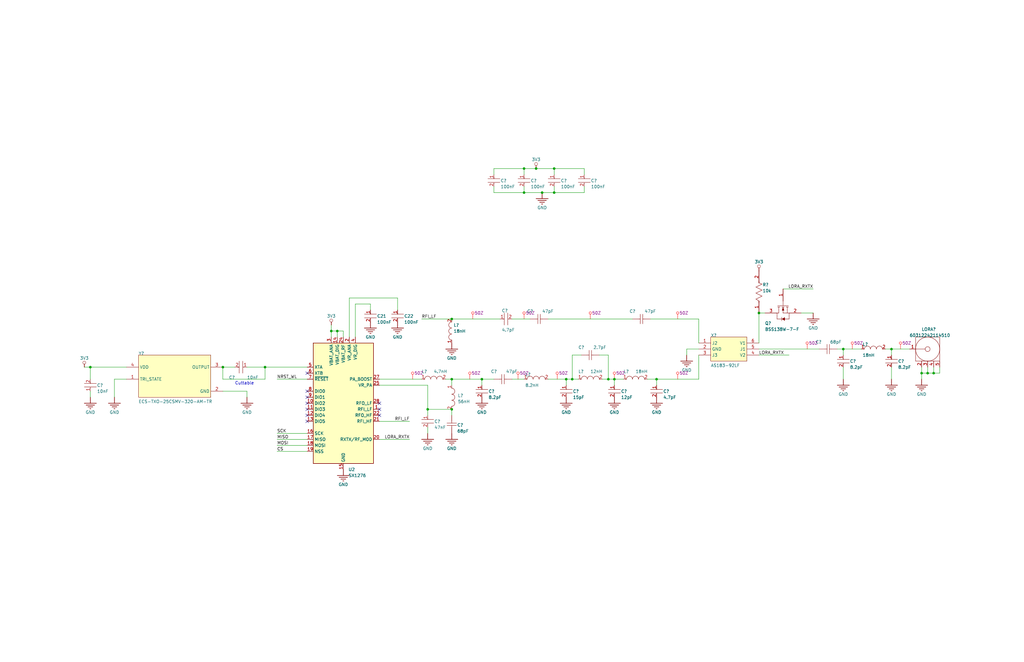
<source format=kicad_sch>
(kicad_sch (version 20250114) (generator "eeschema") (generator_version "9.0")
  (paper "B")
  (text "Cuttable" (at 99.06 162.56 0) (effects (font (size 1.27 1.27)) (justify left bottom)))
  (junction (at 203.2 160.02))
  (junction (at 238.76 160.02))
  (junction (at 190.5 172.72))
  (junction (at 111.76 154.94))
  (junction (at 375.92 147.32))
  (junction (at 180.34 172.72))
  (junction (at 226.06 71.12))
  (junction (at 256.54 160.02))
  (junction (at 233.68 81.28))
  (junction (at 190.5 134.62))
  (junction (at 241.3 160.02))
  (junction (at 142.24 139.7))
  (junction (at 391.16 157.48))
  (junction (at 276.86 160.02))
  (junction (at 220.98 71.12))
  (junction (at 220.98 81.28))
  (junction (at 93.98 154.94))
  (junction (at 139.7 139.7))
  (junction (at 388.62 157.48))
  (junction (at 320.04 132.08))
  (junction (at 228.6 81.28))
  (junction (at 190.5 160.02))
  (junction (at 233.68 71.12))
  (junction (at 355.6 147.32))
  (junction (at 259.08 160.02))
  (junction (at 393.7 157.48))
  (junction (at 38.1 154.94))
  (no_connect (at 129.54 167.64))
  (no_connect (at 129.54 157.48))
  (no_connect (at 129.54 172.72))
  (no_connect (at 129.54 175.26))
  (no_connect (at 129.54 170.18))
  (no_connect (at 160.02 170.18))
  (no_connect (at 129.54 177.8))
  (no_connect (at 160.02 172.72))
  (no_connect (at 129.54 165.1))
  (no_connect (at 160.02 175.26))
  (wire (pts (xy 274.32 134.62) (xy 294.64 134.62)))
  (wire (pts (xy 320.04 144.78) (xy 320.04 132.08)))
  (wire (pts (xy 177.8 160.02) (xy 160.02 160.02)))
  (wire (pts (xy 256.54 160.02) (xy 256.54 149.86)))
  (wire (pts (xy 147.32 142.24) (xy 147.32 125.73)))
  (wire (pts (xy 208.28 71.12) (xy 220.98 71.12)))
  (wire (pts (xy 190.5 172.72) (xy 190.5 175.26)))
  (wire (pts (xy 187.96 160.02) (xy 190.5 160.02)))
  (wire (pts (xy 373.38 147.32) (xy 375.92 147.32)))
  (wire (pts (xy 139.7 139.7) (xy 142.24 139.7)))
  (wire (pts (xy 241.3 149.86) (xy 245.11 149.86)))
  (wire (pts (xy 388.62 157.48) (xy 388.62 154.94)))
  (wire (pts (xy 330.2 121.92) (xy 342.9 121.92)))
  (wire (pts (xy 276.86 160.02) (xy 276.86 162.56)))
  (wire (pts (xy 256.54 160.02) (xy 259.08 160.02)))
  (wire (pts (xy 111.76 154.94) (xy 129.54 154.94)))
  (wire (pts (xy 393.7 154.94) (xy 393.7 157.48)))
  (wire (pts (xy 353.06 147.32) (xy 355.6 147.32)))
  (wire (pts (xy 160.02 185.42) (xy 172.72 185.42)))
  (wire (pts (xy 215.9 134.62) (xy 223.52 134.62)))
  (wire (pts (xy 48.26 160.02) (xy 48.26 167.64)))
  (wire (pts (xy 93.98 160.02) (xy 111.76 160.02)))
  (wire (pts (xy 345.44 147.32) (xy 320.04 147.32)))
  (wire (pts (xy 233.68 71.12) (xy 246.38 71.12)))
  (wire (pts (xy 203.2 162.56) (xy 203.2 160.02)))
  (wire (pts (xy 167.64 125.73) (xy 167.64 130.81)))
  (wire (pts (xy 180.34 175.26) (xy 180.34 172.72)))
  (wire (pts (xy 149.86 128.27) (xy 156.21 128.27)))
  (wire (pts (xy 116.84 185.42) (xy 129.54 185.42)))
  (wire (pts (xy 254 160.02) (xy 256.54 160.02)))
  (wire (pts (xy 276.86 160.02) (xy 294.64 160.02)))
  (wire (pts (xy 93.98 154.94) (xy 99.06 154.94)))
  (wire (pts (xy 388.62 157.48) (xy 391.16 157.48)))
  (wire (pts (xy 233.68 81.28) (xy 246.38 81.28)))
  (wire (pts (xy 342.9 132.08) (xy 337.82 132.08)))
  (wire (pts (xy 231.14 134.62) (xy 266.7 134.62)))
  (wire (pts (xy 220.98 81.28) (xy 228.6 81.28)))
  (wire (pts (xy 220.98 73.66) (xy 220.98 71.12)))
  (wire (pts (xy 180.34 162.56) (xy 180.34 172.72)))
  (wire (pts (xy 396.24 157.48) (xy 393.7 157.48)))
  (wire (pts (xy 320.04 132.08) (xy 322.58 132.08)))
  (wire (pts (xy 203.2 160.02) (xy 208.28 160.02)))
  (wire (pts (xy 246.38 71.12) (xy 246.38 73.66)))
  (wire (pts (xy 116.84 160.02) (xy 129.54 160.02)))
  (wire (pts (xy 289.56 149.86) (xy 289.56 147.32)))
  (wire (pts (xy 241.3 160.02) (xy 243.84 160.02)))
  (wire (pts (xy 156.21 128.27) (xy 156.21 130.81)))
  (wire (pts (xy 273.05 160.02) (xy 276.86 160.02)))
  (wire (pts (xy 238.76 160.02) (xy 231.14 160.02)))
  (wire (pts (xy 246.38 81.28) (xy 246.38 78.74)))
  (wire (pts (xy 177.8 134.62) (xy 190.5 134.62)))
  (wire (pts (xy 144.78 142.24) (xy 144.78 139.7)))
  (wire (pts (xy 294.64 160.02) (xy 294.64 149.86)))
  (wire (pts (xy 355.6 149.86) (xy 355.6 147.32)))
  (wire (pts (xy 190.5 160.02) (xy 203.2 160.02)))
  (wire (pts (xy 190.5 134.62) (xy 210.82 134.62)))
  (wire (pts (xy 393.7 157.48) (xy 391.16 157.48)))
  (wire (pts (xy 142.24 139.7) (xy 142.24 142.24)))
  (wire (pts (xy 388.62 160.02) (xy 388.62 157.48)))
  (wire (pts (xy 220.98 71.12) (xy 226.06 71.12)))
  (wire (pts (xy 53.34 154.94) (xy 38.1 154.94)))
  (wire (pts (xy 215.9 160.02) (xy 220.98 160.02)))
  (wire (pts (xy 38.1 160.02) (xy 38.1 154.94)))
  (wire (pts (xy 391.16 157.48) (xy 391.16 154.94)))
  (wire (pts (xy 160.02 177.8) (xy 172.72 177.8)))
  (wire (pts (xy 38.1 154.94) (xy 35.56 154.94)))
  (wire (pts (xy 208.28 81.28) (xy 220.98 81.28)))
  (wire (pts (xy 228.6 81.28) (xy 233.68 81.28)))
  (wire (pts (xy 142.24 139.7) (xy 144.78 139.7)))
  (wire (pts (xy 111.76 160.02) (xy 111.76 154.94)))
  (wire (pts (xy 139.7 137.16) (xy 139.7 139.7)))
  (wire (pts (xy 93.98 154.94) (xy 93.98 160.02)))
  (wire (pts (xy 375.92 160.02) (xy 375.92 154.94)))
  (wire (pts (xy 104.14 165.1) (xy 93.98 165.1)))
  (wire (pts (xy 104.14 167.64) (xy 104.14 165.1)))
  (wire (pts (xy 289.56 147.32) (xy 294.64 147.32)))
  (wire (pts (xy 396.24 154.94) (xy 396.24 157.48)))
  (wire (pts (xy 180.34 172.72) (xy 190.5 172.72)))
  (wire (pts (xy 233.68 78.74) (xy 233.68 81.28)))
  (wire (pts (xy 226.06 71.12) (xy 233.68 71.12)))
  (wire (pts (xy 53.34 160.02) (xy 48.26 160.02)))
  (wire (pts (xy 190.5 160.02) (xy 190.5 162.56)))
  (wire (pts (xy 149.86 142.24) (xy 149.86 128.27)))
  (wire (pts (xy 220.98 78.74) (xy 220.98 81.28)))
  (wire (pts (xy 147.32 125.73) (xy 167.64 125.73)))
  (wire (pts (xy 139.7 139.7) (xy 139.7 142.24)))
  (wire (pts (xy 256.54 149.86) (xy 252.73 149.86)))
  (wire (pts (xy 375.92 147.32) (xy 375.92 149.86)))
  (wire (pts (xy 259.08 162.56) (xy 259.08 160.02)))
  (wire (pts (xy 180.34 182.88) (xy 180.34 180.34)))
  (wire (pts (xy 116.84 190.5) (xy 129.54 190.5)))
  (wire (pts (xy 375.92 147.32) (xy 383.54 147.32)))
  (wire (pts (xy 238.76 162.56) (xy 238.76 160.02)))
  (wire (pts (xy 233.68 73.66) (xy 233.68 71.12)))
  (wire (pts (xy 38.1 167.64) (xy 38.1 165.1)))
  (wire (pts (xy 104.14 154.94) (xy 111.76 154.94)))
  (wire (pts (xy 238.76 160.02) (xy 241.3 160.02)))
  (wire (pts (xy 116.84 182.88) (xy 129.54 182.88)))
  (wire (pts (xy 116.84 187.96) (xy 129.54 187.96)))
  (wire (pts (xy 294.64 134.62) (xy 294.64 144.78)))
  (wire (pts (xy 259.08 160.02) (xy 262.89 160.02)))
  (wire (pts (xy 160.02 162.56) (xy 180.34 162.56)))
  (wire (pts (xy 320.04 149.86) (xy 332.74 149.86)))
  (wire (pts (xy 355.6 147.32) (xy 363.22 147.32)))
  (wire (pts (xy 208.28 73.66) (xy 208.28 71.12)))
  (wire (pts (xy 355.6 160.02) (xy 355.6 154.94)))
  (wire (pts (xy 208.28 78.74) (xy 208.28 81.28)))
  (wire (pts (xy 241.3 160.02) (xy 241.3 149.86)))
  (label "NRST_WL" (at 116.84 160.02 0))
  (label "MOSI" (at 116.84 187.96 0))
  (label "MISO" (at 116.84 185.42 0))
  (label "CS" (at 116.84 190.5 0))
  (label "LORA_RXTX" (at 320.04 149.86 0))
  (label "LORA_RXTX" (at 172.72 185.42 180))
  (label "RFI_LF" (at 177.8 134.62 0))
  (label "SCK" (at 116.84 182.88 0))
  (label "RFI_LF" (at 172.72 177.8 180))
  (label "LORA_RXTX" (at 342.9 121.92 180))
  (netclass_flag "" (length 2.54) (shape round) (at 359.41 147.32 0) (property "Netclass" "50Z" (at 360.1085 144.78 0) (effects (justify left))))
  (netclass_flag "" (length 2.54) (shape round) (at 173.99 160.02 0) (property "Netclass" "50Z" (at 174.6885 157.48 0) (effects (justify left))))
  (netclass_flag "" (length 2.54) (shape round) (at 259.08 160.02 0) (property "Netclass" "50Z" (at 259.7785 157.48 0) (effects (justify left))))
  (netclass_flag "" (length 2.54) (shape round) (at 199.39 134.62 0) (property "Netclass" "50Z" (at 200.0885 132.08 0) (effects (justify left))))
  (netclass_flag "" (length 2.54) (shape round) (at 248.92 134.62 0) (property "Netclass" "50Z" (at 249.6185 132.08 0) (effects (justify left))))
  (netclass_flag "" (length 2.54) (shape round) (at 285.75 134.62 0) (property "Netclass" "50Z" (at 286.4485 132.08 0) (effects (justify left))))
  (netclass_flag "" (length 2.54) (shape round) (at 220.98 134.62 0) (property "Netclass" "50Z" (at 221.6785 132.08 0) (effects (justify left))))
  (netclass_flag "" (length 2.54) (shape round) (at 198.12 160.02 0) (property "Netclass" "50Z" (at 198.8185 157.48 0) (effects (justify left))))
  (netclass_flag "" (length 2.54) (shape round) (at 340.36 147.32 0) (property "Netclass" "50Z" (at 341.0585 144.78 0) (effects (justify left))))
  (netclass_flag "" (length 2.54) (shape round) (at 379.73 147.32 0) (property "Netclass" "50Z" (at 380.4285 144.78 0) (effects (justify left))))
  (netclass_flag "" (length 2.54) (shape round) (at 285.75 160.02 0) (property "Netclass" "50Z" (at 286.4485 157.48 0) (effects (justify left))))
  (netclass_flag "" (length 2.54) (shape round) (at 218.44 160.02 0) (property "Netclass" "50Z" (at 219.1385 157.48 0) (effects (justify left))))
  (netclass_flag "" (length 2.54) (shape round) (at 234.95 160.02 0) (property "Netclass" "50Z" (at 235.6485 157.48 0) (effects (justify left))))
  (symbol (lib_id "Radio-altium-import:GND_POWER_GROUND") (at 104.14 167.64 0) (unit 1)
    (property "Reference" "#PWR?" (effects (hide yes)))
    (property "Value" "GND" (at 104.14 173.99 0))
  )
  (symbol (lib_id "Radio-altium-import:GND_POWER_GROUND") (at 48.26 167.64 0) (unit 1)
    (property "Reference" "#PWR?" (effects (hide yes)))
    (property "Value" "GND" (at 48.26 173.99 0))
  )
  (symbol (lib_id "Radio-altium-import:GND_POWER_GROUND") (at 238.76 167.64 0) (unit 1)
    (property "Reference" "#PWR?" (effects (hide yes)))
    (property "Value" "GND" (at 238.76 173.99 0))
  )
  (symbol (lib_id "Purdue Space Program - High Altitude:root_0_AS183-92LF_Purdue Space Program - High Altitude") (at 294.64 144.78 0) (unit 1)
    (property "Reference" "X?" (at 299.72 142.24 0) (effects (justify left bottom)))
    (property "Value" "AS183-92LF" (at 299.72 154.94 0) (effects (justify left bottom)))
    (property "Footprint" "SOT65P220X110-6N" (effects (hide yes)))
    (property "Description" "RF Switch ICs .3-2500MHz IL .3dB IP3 +43dBm" (effects (hide yes)))
    (property "SOURCE" "AS183-92LF.SchLib" (effects (hide yes)))
    (property "DESIGN ITEM ID" "AS183-92LF" (effects (hide yes)))
    (property "MANUFACTURER_NAME" "Skyworks" (effects (hide yes)))
    (property "DATASHEET LINK" "https://www.skyworksinc.com/-/media/SkyWorks/Documents/Products/1-100/200177D.pdf" (effects (hide yes)))
    (property "MOUSER PART NUMBER" "873-AS183-92LF" (effects (hide yes)))
    (property "GEOMETRY.HEIGHT" "1.1mm" (effects (hide yes)))
    (property "MANUFACTURER_PART_NUMBER" "AS183-92LF" (effects (hide yes)))
    (property "MOUSER PRICE/STOCK" "https://www.mouser.co.uk/ProductDetail/Skyworks-Solutions-Inc/AS183-92LF?qs=WMHGlxXAKT9uKJ5iI33IgQ%3D%3D" (effects (hide yes)))
  )
  (symbol (lib_id "Radio-altium-import:GND_POWER_GROUND") (at 156.21 135.89 0) (unit 1)
    (property "Reference" "#PWR022" (effects (hide yes)))
    (property "Value" "GND" (at 156.21 142.24 0))
  )
  (symbol (lib_id "Radio-altium-import:GND_POWER_GROUND") (at 167.64 135.89 0) (unit 1)
    (property "Reference" "#PWR023" (effects (hide yes)))
    (property "Value" "GND" (at 167.64 142.24 0))
  )
  (symbol (lib_id "Radio-altium-import:GND_POWER_GROUND") (at 190.5 144.78 0) (unit 1)
    (property "Reference" "#PWR?" (effects (hide yes)))
    (property "Value" "GND" (at 190.5 151.13 0))
  )
  (symbol (lib_id "Radio-altium-import:GND_POWER_GROUND") (at 228.6 81.28 0) (unit 1)
    (property "Reference" "#PWR?" (effects (hide yes)))
    (property "Value" "GND" (at 228.6 87.63 0))
  )
  (symbol (lib_id "Altium Content Vault:root_0_b4654b650e69147ec39a6b967a45e02_Altium Content Vault") (at 259.08 162.56 0) (unit 1)
    (property "Reference" "C?" (at 261.874 165.862 0) (effects (justify left bottom)))
    (property "Value" "12pF" (at 261.874 168.402 0) (effects (justify left bottom)))
    (property "Footprint" "FP-GRM155-0_05-MFG" (effects (hide yes)))
    (property "Description" "CAP CER 12PF 50V C0G/NP0 0402" (effects (hide yes)))
    (property "TERMINATION" "SMD/SMT" (effects (hide yes)))
    (property "MOUNT" "Surface Mount" (effects (hide yes)))
    (property "REACH SVHC" "No SVHC" (effects (hide yes)))
    (property "DEPTH" "0.5mm" (effects (hide yes)))
    (property "CASE CODE (METRIC)" "1005" (effects (hide yes)))
    (property "VOLTAGE RATING" "50V" (effects (hide yes)))
    (property "HEIGHT" "0.5mm" (effects (hide yes)))
    (property "TOLERANCE" "2%" (effects (hide yes)))
    (property "VOLTAGE RATING (DC)" "50V" (effects (hide yes)))
    (property "CASE CODE (IMPERIAL)" "0402" (effects (hide yes)))
    (property "PACKAGE QUANTITY" "10000" (effects (hide yes)))
    (property "CONSTRUCTION" "Flat" (effects (hide yes)))
    (property "THICKNESS" "0.022inch" (effects (hide yes)))
    (property "LENGTH" "1mm" (effects (hide yes)))
    (property "DIELECTRIC" "C0G" (effects (hide yes)))
    (property "MIN OPERATING TEMPERATURE" "-55°C" (effects (hide yes)))
    (property "WIDTH" "0.5mm" (effects (hide yes)))
    (property "LEAD FREE" "Lead Free" (effects (hide yes)))
    (property "CAPACITANCE" "12pF" (effects (hide yes)))
    (property "CASE/PACKAGE" "0402" (effects (hide yes)))
    (property "PACKAGING" "Tape and Reel" (effects (hide yes)))
    (property "SERIES" "GRM" (effects (hide yes)))
    (property "VOLTAGE" "50V" (effects (hide yes)))
    (property "RADIATION HARDENING" "No" (effects (hide yes)))
    (property "MAX OPERATING TEMPERATURE" "125°C" (effects (hide yes)))
    (property "MATERIAL" "Ceramic" (effects (hide yes)))
  )
  (symbol (lib_id "Altium Content Vault:root_3_725321dda6339637d4d059423bc1c3c_Altium Content Vault") (at 190.5 162.56 0) (unit 1)
    (property "Reference" "L?" (at 193.04 167.64 0) (effects (justify left bottom)))
    (property "Value" "56nH" (at 193.04 170.18 0) (effects (justify left bottom)))
    (property "Footprint" "FP-LQW15AN_80-MFG" (effects (hide yes)))
    (property "Description" "Wire Wound RF Inductor 56nH ±2% 340mA 0.996Ω 0402 (1005)" (effects (hide yes)))
    (property "PACKAGE QUANTITY" "1" (effects (hide yes)))
    (property "CORE MATERIAL" "Non-Magnetic" (effects (hide yes)))
    (property "Q FACTOR" "25" (effects (hide yes)))
    (property "TERMINATION" "SMD/SMT" (effects (hide yes)))
    (property "CURRENT RATING" "340mA" (effects (hide yes)))
    (property "SHIELDING" "Unshielded" (effects (hide yes)))
    (property "TEST FREQUENCY" "100MHz" (effects (hide yes)))
    (property "CASE CODE (IMPERIAL)" "0402" (effects (hide yes)))
    (property "MOUNT" "Surface Mount" (effects (hide yes)))
    (property "MIN OPERATING TEMPERATURE" "-55°C" (effects (hide yes)))
    (property "HEIGHT - SEATED (MAX)" "0.024inch" (effects (hide yes)))
    (property "PACKAGING" "Tape and Reel" (effects (hide yes)))
    (property "WIDTH" "0.5mm" (effects (hide yes)))
    (property "DC RESISTANCE (DCR)" "996mR" (effects (hide yes)))
    (property "RESISTOR TYPE" "Wirewound" (effects (hide yes)))
    (property "SELF RESONANT FREQUENCY" "2.9GHz" (effects (hide yes)))
    (property "MAX OPERATING TEMPERATURE" "125°C" (effects (hide yes)))
    (property "TOLERANCE" "2%" (effects (hide yes)))
    (property "INDUCTANCE" "56nH" (effects (hide yes)))
    (property "CASE/PACKAGE" "0402" (effects (hide yes)))
    (property "LENGTH" "0.039inch" (effects (hide yes)))
    (property "MAX DC CURRENT" "340mA" (effects (hide yes)))
    (property "HEIGHT" "0.5mm" (effects (hide yes)))
    (property "CASE CODE (METRIC)" "1005" (effects (hide yes)))
  )
  (symbol (lib_id "Radio-altium-import:GND_POWER_GROUND") (at 38.1 167.64 0) (unit 1)
    (property "Reference" "#PWR?" (effects (hide yes)))
    (property "Value" "GND" (at 38.1 173.99 0))
  )
  (symbol (lib_name "root_0_b4654b650e69147ec39a6b967a45e02_Altium Content Vault_4") (lib_id "Altium Content Vault:root_0_b4654b650e69147ec39a6b967a45e02_Altium Content Vault") (at 167.64 130.81 0) (unit 1)
    (property "Reference" "C22" (at 170.434 134.112 0) (effects (justify left bottom)))
    (property "Value" "100nF" (at 170.434 136.652 0) (effects (justify left bottom)))
    (property "Footprint" "FP-C0603C-CF-MFG" (effects (hide yes)))
    (property "Description" "CAP CER 0.1UF 50V X7R 0603" (effects (hide yes)))
    (property "TOLERANCE" "0.1" (effects (hide yes)))
    (property "TEMPERATURE" "-55°C to +125°C" (effects (hide yes)))
    (property "MANUFACTURER" "KEMET" (effects (hide yes)))
    (property "ROHS" "TRUE" (effects (hide yes)))
    (property "TEMPERATURE COEFFICIENT" "30ppm/°C" (effects (hide yes)))
    (property "MATERIAL" "Ceramic" (effects (hide yes)))
    (property "TEMPERATURE RANGE HIGH" "+125°C" (effects (hide yes)))
    (property "LEAD FREE" "Yes" (effects (hide yes)))
    (property "OCTOPART" "https://octopart.com/c0603c104k5ractu-kemet-139244" (effects (hide yes)))
    (property "DIGIKEY DESCRIPTION" "CAP CER 0.1UF 50V X7R 0603" (effects (hide yes)))
    (property "CATEGORY" "Cap" (effects (hide yes)))
    (property "PACKAGE" "C0603C-CF" (effects (hide yes)))
    (property "COMPONENTLINK2DESCRIPTION" "Datasheet" (effects (hide yes)))
    (property "TEMPERATURE RANGE LOW" "-55°C" (effects (hide yes)))
    (property "DEVICE CLASS L1" "Passive Components" (effects (hide yes)))
    (property "AUTOMOTIVE GRADE" "Grade 1" (effects (hide yes)))
    (property "VOLTAGE RATING" "50 V" (effects (hide yes)))
    (property "ALTIUM_VALUE" "0.10 μF" (effects (hide yes)))
    (property "AUTOMOTIVE" "Yes" (effects (hide yes)))
    (property "DEVICE CLASS L3" "Ceramic Capacitors" (effects (hide yes)))
    (property "COMPONENTLINK2URL" "https://api.kemet.com/component-edge/download/datasheet/C0603C100J5GACAUTO.pdf" (effects (hide yes)))
    (property "CAPACITANCE" "0.10 μF" (effects (hide yes)))
    (property "DEVICE CLASS L2" "Capacitors" (effects (hide yes)))
    (property "MANUFACTURER PART NUMBER" "C0603C104K5RACTU" (effects (hide yes)))
    (property "TEMPERATURE CHARACTERISTIC" "X7R" (effects (hide yes)))
    (property "HEIGHT" "0.87mm" (effects (hide yes)))
  )
  (symbol (lib_name "root_0_02cd4be3c70576c341d710602a673aa_Altium Content Vault_3") (lib_id "Altium Content Vault:root_0_02cd4be3c70576c341d710602a673aa_Altium Content Vault") (at 355.6 149.86 0) (unit 1)
    (property "Reference" "C?" (at 358.394 153.162 0) (effects (justify left bottom)))
    (property "Value" "8.2pF" (at 358.394 155.702 0) (effects (justify left bottom)))
    (property "Footprint" "FP-GJM155-0_05-MFG" (effects (hide yes)))
    (property "Description" "Multi-Layer Ceramic Capacitor 8.2pF C0G  ±0.05pF 0402 Paper T/R" (effects (hide yes)))
    (property "VOLTAGE RATING (DC)" "50V" (effects (hide yes)))
    (property "TERMINATION" "SMD/SMT" (effects (hide yes)))
    (property "PACKAGING" "Tape and Reel" (effects (hide yes)))
    (property "CASE CODE (IMPERIAL)" "0402" (effects (hide yes)))
    (property "MIN OPERATING TEMPERATURE" "-55°C" (effects (hide yes)))
    (property "MOUNT" "Surface Mount" (effects (hide yes)))
    (property "CASE CODE (METRIC)" "1005" (effects (hide yes)))
    (property "HEIGHT" "0.5mm" (effects (hide yes)))
    (property "LENGTH" "1mm" (effects (hide yes)))
    (property "DIELECTRIC" "C0G" (effects (hide yes)))
    (property "MAX OPERATING TEMPERATURE" "125°C" (effects (hide yes)))
    (property "VOLTAGE RATING" "50V" (effects (hide yes)))
    (property "CASE/PACKAGE" "0402" (effects (hide yes)))
    (property "PACKAGE QUANTITY" "10000" (effects (hide yes)))
    (property "DEPTH" "0.5mm" (effects (hide yes)))
    (property "RADIATION HARDENING" "No" (effects (hide yes)))
    (property "WIDTH" "0.02inch" (effects (hide yes)))
    (property "CAPACITANCE" "8.2pF" (effects (hide yes)))
    (property "THICKNESS" "0.022inch" (effects (hide yes)))
  )
  (symbol (lib_id "*:root_0_ECS-TXO-25CSMV-320-AM-TR_*") (at 73.66 157.48 0) (unit 1)
    (property "Reference" "Y?" (at 58.42 149.86 0) (effects (justify left bottom)))
    (property "Value" "ECS-TXO-25CSMV-320-AM-TR" (at 58.42 170.18 0) (effects (justify left bottom)))
    (property "Footprint" "C__Users_Public_Documents_SnapEDA Altium Plugin_libraries_SnapEDA_Library_ECS-TXO-25CSMV-320-AM-TR.PcbLib:OSC_ECS-2520S25-250-FN-TR" (effects (hide yes)))
    (property "Description" "miniature SMD HCMOS Tight Stability Crystal Oscillator" (effects (hide yes)))
    (property "MF" "{'manufacturer': u'ECS Inc.'}" (effects (hide yes)))
    (property "PACKAGE" "None" (effects (hide yes)))
    (property "PRICE" "None" (effects (hide yes)))
    (property "ALTIUM_VALUE" "*" (effects (hide yes)))
    (property "MP" "ECS-TXO-25CSMV-320-AM-TR" (effects (hide yes)))
    (property "AVAILABILITY" "Unavailable" (effects (hide yes)))
    (property "SUPPLIER 1" "Newark" (effects (hide yes)))
    (property "SUPPLIER PART NUMBER 1" "69AK8445" (effects (hide yes)))
  )
  (symbol (lib_id "Radio-altium-import:GND_POWER_GROUND") (at 388.62 160.02 0) (unit 1)
    (property "Reference" "#PWR?" (effects (hide yes)))
    (property "Value" "GND" (at 388.62 166.37 0))
  )
  (symbol (lib_id "Altium Content Vault:root_0_CAP_Altium Content Vault_0") (at 210.82 157.48 0) (unit 1)
    (property "Reference" "C?" (at 207.01 157.48 0) (effects (justify left bottom)))
    (property "Value" "47pF" (at 213.36 157.48 0) (effects (justify left bottom)))
    (property "Footprint" "CAPC1005X55X25LL05T10" (effects (hide yes)))
    (property "PART NUMBER" "GRM1555C1H470GA01J" (effects (hide yes)))
    (property "MANUFACTURER" "Murata" (effects (hide yes)))
  )
  (symbol (lib_id "Altium Content Vault:root_0_Jack_4GND_Altium Content Vault") (at 386.08 142.24 0) (unit 1)
    (property "Reference" "LORA?" (at 388.62 139.7 0) (effects (justify left bottom)))
    (property "Value" "60312242114510" (at 383.54 142.24 0) (effects (justify left bottom)))
    (property "Footprint" "60312242114510" (effects (hide yes)))
    (property "Description" "60312242114510 Rf Coax Conn, Sma Jack, 50 Ohm, Pcb Rohs Compliant: Yes" (effects (hide yes)))
    (property "INSULATION RESISTANCE" "5GΩ" (effects (hide yes)))
    (property "INSULATION MATERIAL" "PTFE" (effects (hide yes)))
    (property "MAX OPERATING TEMPERATURE" "165°C" (effects (hide yes)))
    (property "ORIENTATION" "Straight" (effects (hide yes)))
    (property "NEXARPARTID" "97004434" (effects (hide yes)))
    (property "IMPEDANCE" "50Ω" (effects (hide yes)))
    (property "MIN OPERATING TEMPERATURE" "-65°C" (effects (hide yes)))
    (property "INSERTION LOSS (DB)" "0.14dB" (effects (hide yes)))
    (property "CONNECTOR TYPE" "SMA" (effects (hide yes)))
  )
  (symbol (lib_id "Altium Content Vault:root_0_11868f565c42a9108669ba33697ecf6_Altium Content Vault") (at 276.86 162.56 0) (unit 1)
    (property "Reference" "C?" (at 279.654 165.862 0) (effects (justify left bottom)))
    (property "Value" "4.7pF" (at 279.654 168.402 0) (effects (justify left bottom)))
    (property "Footprint" "FP-GRM155-0_05-MFG" (effects (hide yes)))
    (property "Description" "CAP CER 4.7PF 50V C0G/NP0 0402" (effects (hide yes)))
    (property "PACKAGING" "Tape and Reel" (effects (hide yes)))
    (property "ROHS COMPLIANT" "Yes" (effects (hide yes)))
    (property "DIELECTRIC" "C0G" (effects (hide yes)))
    (property "PACKAGE QUANTITY" "1" (effects (hide yes)))
    (property "MIN OPERATING TEMPERATURE" "-55°C" (effects (hide yes)))
    (property "VOLTAGE RATING (DC)" "50V" (effects (hide yes)))
    (property "RADIATION HARDENING" "No" (effects (hide yes)))
    (property "THICKNESS" "0.022inch" (effects (hide yes)))
    (property "CASE CODE (IMPERIAL)" "0402" (effects (hide yes)))
    (property "LENGTH" "1mm" (effects (hide yes)))
    (property "VOLTAGE RATING" "50V" (effects (hide yes)))
    (property "LEAD FREE" "Lead Free" (effects (hide yes)))
    (property "CASE CODE (METRIC)" "1005" (effects (hide yes)))
    (property "MOUNT" "Surface Mount" (effects (hide yes)))
    (property "SERIES" "GRM" (effects (hide yes)))
    (property "REACH SVHC" "No SVHC" (effects (hide yes)))
    (property "HEIGHT" "0.5mm" (effects (hide yes)))
    (property "WIDTH" "0.02inch" (effects (hide yes)))
    (property "VOLTAGE" "50V" (effects (hide yes)))
    (property "CAPACITANCE" "4.7pF" (effects (hide yes)))
    (property "CASE/PACKAGE" "0402" (effects (hide yes)))
    (property "CONSTRUCTION" "Flat" (effects (hide yes)))
    (property "DEPTH" "0.5mm" (effects (hide yes)))
    (property "TERMINATION" "SMD/SMT" (effects (hide yes)))
    (property "MAX OPERATING TEMPERATURE" "125°C" (effects (hide yes)))
    (property "MATERIAL" "Ceramic" (effects (hide yes)))
  )
  (symbol (lib_id "Altium Content Vault:root_0_02cd4be3c70576c341d710602a673aa_Altium Content Vault") (at 238.76 162.56 0) (unit 1)
    (property "Reference" "C?" (at 241.554 165.862 0) (effects (justify left bottom)))
    (property "Value" "15pF" (at 241.554 168.402 0) (effects (justify left bottom)))
    (property "Footprint" "FP-GJM155-0_05-MFG" (effects (hide yes)))
    (property "Description" "Multi-Layer Ceramic Capacitor 15pF C0G  ±2% 0402 Paper T/R" (effects (hide yes)))
    (property "TERMINATION" "SMD/SMT" (effects (hide yes)))
    (property "MIN OPERATING TEMPERATURE" "-55°C" (effects (hide yes)))
    (property "CASE CODE (IMPERIAL)" "0402" (effects (hide yes)))
    (property "DEPTH" "0.5mm" (effects (hide yes)))
    (property "CASE/PACKAGE" "0402" (effects (hide yes)))
    (property "CAPACITANCE" "15pF" (effects (hide yes)))
    (property "MAX OPERATING TEMPERATURE" "125°C" (effects (hide yes)))
    (property "LEAD FREE" "Lead Free" (effects (hide yes)))
    (property "WIDTH" "0.02inch" (effects (hide yes)))
    (property "MOUNT" "Surface Mount" (effects (hide yes)))
    (property "RADIATION HARDENING" "No" (effects (hide yes)))
    (property "CASE CODE (METRIC)" "1005" (effects (hide yes)))
    (property "LENGTH" "1mm" (effects (hide yes)))
    (property "HEIGHT" "0.5mm" (effects (hide yes)))
    (property "PACKAGE QUANTITY" "10000" (effects (hide yes)))
    (property "PACKAGING" "Tape and Reel" (effects (hide yes)))
    (property "VOLTAGE RATING" "50V" (effects (hide yes)))
    (property "VOLTAGE RATING (DC)" "50V" (effects (hide yes)))
    (property "TOLERANCE" "2%" (effects (hide yes)))
    (property "DIELECTRIC" "C0G" (effects (hide yes)))
    (property "THICKNESS" "0.022inch" (effects (hide yes)))
  )
  (symbol (lib_id "Radio-altium-import:GND_POWER_GROUND") (at 375.92 160.02 0) (unit 1)
    (property "Reference" "#PWR?" (effects (hide yes)))
    (property "Value" "GND" (at 375.92 166.37 0))
  )
  (symbol (lib_id "Altium Content Vault:root_1_CAP_Altium Content Vault_0") (at 187.96 180.34 0) (unit 1)
    (property "Reference" "C?" (at 192.786 180.086 0) (effects (justify left bottom)))
    (property "Value" "68pF" (at 192.786 182.626 0) (effects (justify left bottom)))
    (property "Footprint" "CAPC1005X55X25ML05T10" (effects (hide yes)))
    (property "MANUFACTURER" "Murata" (effects (hide yes)))
    (property "PART NUMBER" "GRM1555C1H680GA01D" (effects (hide yes)))
  )
  (symbol (lib_id "Radio-altium-import:GND_POWER_GROUND") (at 144.78 198.12 0) (unit 1)
    (property "Reference" "#PWR020" (effects (hide yes)))
    (property "Value" "GND" (at 144.78 204.47 0))
  )
  (symbol (lib_id "Radio-altium-import:GND_POWER_GROUND") (at 180.34 182.88 0) (unit 1)
    (property "Reference" "#PWR?" (effects (hide yes)))
    (property "Value" "GND" (at 180.34 189.23 0))
  )
  (symbol (lib_id "Altium Content Vault:root_0_725321dda6339637d4d059423bc1c3c_Altium Content Vault") (at 243.84 160.02 0) (unit 1)
    (property "Reference" "L?" (at 243.84 157.48 0) (effects (justify left bottom)))
    (property "Value" "12nH" (at 248.92 157.48 0) (effects (justify left bottom)))
    (property "Footprint" "FP-LQW15AN_00-W0_6-0_1-MFG" (effects (hide yes)))
    (property "Description" "Wire Wound RF Inductor 12nH ±3% 500mA 0.14Ω 0402 (1005)" (effects (hide yes)))
    (property "WEIGHT" "2.8E-05oz" (effects (hide yes)))
    (property "MOUNT" "Surface Mount" (effects (hide yes)))
    (property "TEST FREQUENCY" "100MHz" (effects (hide yes)))
    (property "SHIELDING" "Unshielded" (effects (hide yes)))
    (property "MIN OPERATING TEMPERATURE" "-55°C" (effects (hide yes)))
    (property "CASE CODE (METRIC)" "1005" (effects (hide yes)))
    (property "PACKAGE QUANTITY" "10000" (effects (hide yes)))
    (property "RESISTOR TYPE" "Wirewound" (effects (hide yes)))
    (property "HEIGHT" "0.5mm" (effects (hide yes)))
    (property "LEAD FREE" "Lead Free" (effects (hide yes)))
    (property "MILITARY STANDARD" "Not" (effects (hide yes)))
    (property "DEPTH" "0.7mm" (effects (hide yes)))
    (property "MAX OPERATING TEMPERATURE" "125°C" (effects (hide yes)))
    (property "CURRENT" "370mA" (effects (hide yes)))
    (property "Q FACTOR" "30" (effects (hide yes)))
    (property "CASE/PACKAGE" "0402" (effects (hide yes)))
    (property "LENGTH" "1mm" (effects (hide yes)))
    (property "DC RESISTANCE (DCR)" "140mR" (effects (hide yes)))
    (property "PACKAGING" "Tape and Reel" (effects (hide yes)))
    (property "DC CURRENT" "500mA" (effects (hide yes)))
    (property "CORE MATERIAL" "Air" (effects (hide yes)))
    (property "RADIATION HARDENING" "No" (effects (hide yes)))
    (property "INDUCTANCE" "12nH" (effects (hide yes)))
    (property "CURRENT RATING" "500mA" (effects (hide yes)))
    (property "CASE CODE (IMPERIAL)" "0402" (effects (hide yes)))
    (property "TERMINATION" "SMD/SMT" (effects (hide yes)))
    (property "SELF RESONANT FREQUENCY" "5.5GHz" (effects (hide yes)))
    (property "TOLERANCE" "3%" (effects (hide yes)))
    (property "HEIGHT - SEATED (MAX)" "0.024inch" (effects (hide yes)))
    (property "MAX DC CURRENT" "500mA" (effects (hide yes)))
    (property "WIDTH" "0.5mm" (effects (hide yes)))
  )
  (symbol (lib_id "Altium Content Vault:root_1_1029c3af85768c4190bb7ad29bc67b5_Altium Content Vault") (at 320.04 132.08 0) (unit 1)
    (property "Reference" "R?" (at 321.564 120.904 0) (effects (justify left bottom)))
    (property "Value" "10k" (at 321.564 123.444 0) (effects (justify left bottom)))
    (property "Footprint" "FP-RT0603-MFG" (effects (hide yes)))
    (property "Description" "RES SMD 10K OHM 0.1% 1/10W 0603" (effects (hide yes)))
    (property "TOLERANCE" "0.001" (effects (hide yes)))
    (property "TEMPERATURE RANGE HIGH" "+155°C" (effects (hide yes)))
    (property "DEVICE CLASS L2" "Resistors" (effects (hide yes)))
    (property "TEMPERATURE" "-55°C to +155°C" (effects (hide yes)))
    (property "TEMPERATURE COEFFICIENT" "50 ppm/°C" (effects (hide yes)))
    (property "SERIES" "RT" (effects (hide yes)))
    (property "DEVICE CLASS L1" "Passive Components" (effects (hide yes)))
    (property "TEMPERATURE RANGE LOW" "-55°C" (effects (hide yes)))
    (property "AUTOMOTIVE" "No" (effects (hide yes)))
    (property "MOUSER DESCRIPTION" "Res Thin Film 0603 10K Ohm 0.1% 1/10W ±50ppm/°C Molded SMD SMD Paper T/R" (effects (hide yes)))
    (property "DEVICE CLASS L3" "Chip SMD Resistors" (effects (hide yes)))
    (property "ROHS" "TRUE" (effects (hide yes)))
    (property "PACKAGE" "RT0603" (effects (hide yes)))
    (property "FOOTPRINT URL" "http://www.yageo.com/exep/pages/download/literatures/PYu-R_Mount_10.pdf" (effects (hide yes)))
    (property "OCTOPART" "https://octopart.com/rt0603bre0710kl-yageo-1273959" (effects (hide yes)))
    (property "POWER RATING" "0.1W" (effects (hide yes)))
    (property "MANUFACTURER PART NUMBER" "RT0603BRE0710KL" (effects (hide yes)))
    (property "COMPONENTLINK2URL" "http://www.yageo.com/documents/recent/PYu-RT_1-to-0.01_RoHS_L_9.pdf" (effects (hide yes)))
    (property "COMPOSITION" "Thin Film" (effects (hide yes)))
    (property "CATEGORY" "Res" (effects (hide yes)))
    (property "LEAD FREE" "Yes" (effects (hide yes)))
    (property "RESISTANCE" "10KΩ" (effects (hide yes)))
    (property "MANUFACTURER" "Yageo" (effects (hide yes)))
    (property "HEIGHT" "0.55mm" (effects (hide yes)))
    (property "DIGIKEY DESCRIPTION" "RES SMD 10K OHM 0.1% 1/10W 0603" (effects (hide yes)))
    (property "IPC LAND PATTERN NAME" "RESC16080X45" (effects (hide yes)))
    (property "ALTIUM_VALUE" "10KΩ" (effects (hide yes)))
    (property "COMPONENTLINK2DESCRIPTION" "Datasheet" (effects (hide yes)))
    (property "VOLTAGE RATING" "75V" (effects (hide yes)))
  )
  (symbol (lib_id "Altium Content Vault:root_1_725321dda6339637d4d059423bc1c3c_Altium Content Vault") (at 190.5 144.78 0) (unit 1)
    (property "Reference" "L?" (at 191.262 137.922 0) (effects (justify left bottom)))
    (property "Value" "18nH" (at 191.262 140.462 0) (effects (justify left bottom)))
    (property "Footprint" "FP-LQW15AN_00-W0_6-0_1-MFG" (effects (hide yes)))
    (property "Description" "Wire Wound RF Inductor 18nH ±5% 370mA 0.27Ω 0402 (1005)" (effects (hide yes)))
    (property "Q FACTOR" "25" (effects (hide yes)))
    (property "INDUCTANCE" "18nH" (effects (hide yes)))
    (property "LEAD FREE" "Lead Free" (effects (hide yes)))
    (property "RESISTOR TYPE" "Wirewound" (effects (hide yes)))
    (property "DC RESISTANCE (DCR)" "270mR" (effects (hide yes)))
    (property "HEIGHT" "0.5mm" (effects (hide yes)))
    (property "WIDTH" "0.02inch" (effects (hide yes)))
    (property "MAX DC CURRENT" "370mA" (effects (hide yes)))
    (property "TEST FREQUENCY" "100MHz" (effects (hide yes)))
    (property "CASE/PACKAGE" "0402" (effects (hide yes)))
    (property "RADIATION HARDENING" "No" (effects (hide yes)))
    (property "MIN OPERATING TEMPERATURE" "-55°C" (effects (hide yes)))
    (property "PACKAGING" "Tape and Reel" (effects (hide yes)))
    (property "DC CURRENT" "370mA" (effects (hide yes)))
    (property "TOLERANCE" "5%" (effects (hide yes)))
    (property "SELF RESONANT FREQUENCY" "4.5GHz" (effects (hide yes)))
    (property "CORE MATERIAL" "Air" (effects (hide yes)))
    (property "MAX OPERATING TEMPERATURE" "125°C" (effects (hide yes)))
    (property "WEIGHT" "2.8E-05oz" (effects (hide yes)))
    (property "CURRENT RATING" "370mA" (effects (hide yes)))
    (property "MILITARY STANDARD" "Not" (effects (hide yes)))
    (property "TERMINATION" "SMD/SMT" (effects (hide yes)))
    (property "LENGTH" "1mm" (effects (hide yes)))
    (property "CASE CODE (METRIC)" "1005" (effects (hide yes)))
    (property "MOUNT" "Surface Mount" (effects (hide yes)))
    (property "SHIELDING" "Unshielded" (effects (hide yes)))
    (property "CASE CODE (IMPERIAL)" "0402" (effects (hide yes)))
    (property "PACKAGE QUANTITY" "10000" (effects (hide yes)))
    (property "DEPTH" "0.7mm" (effects (hide yes)))
  )
  (symbol (lib_id "Radio-altium-import:GND_POWER_GROUND") (at 276.86 167.64 0) (unit 1)
    (property "Reference" "#PWR?" (effects (hide yes)))
    (property "Value" "GND" (at 276.86 173.99 0))
  )
  (symbol (lib_id "Radio-altium-import:3V3_CIRCLE") (at 320.04 114.3 180) (unit 1)
    (property "Reference" "#PWR?" (effects (hide yes)))
    (property "Value" "3V3" (at 320.04 110.49 0))
  )
  (symbol (lib_name "root_0_725321dda6339637d4d059423bc1c3c_Altium Content Vault_3") (lib_id "Altium Content Vault:root_0_725321dda6339637d4d059423bc1c3c_Altium Content Vault") (at 177.8 160.02 0) (unit 1)
    (property "Reference" "L?" (at 177.8 157.48 0) (effects (justify left bottom)))
    (property "Value" "4.7nH" (at 182.88 157.48 0) (effects (justify left bottom)))
    (property "Footprint" "FP-LQW15AN_00-W0_6-0_1-MFG" (effects (hide yes)))
    (property "Description" "Wire Wound RF Inductor 4.7nH ±0.1nH 750mA 0.07Ω 0402 (1005)" (effects (hide yes)))
    (property "CASE CODE (METRIC)" "1005" (effects (hide yes)))
    (property "SELF RESONANT FREQUENCY" "8GHz" (effects (hide yes)))
    (property "TOLERANCE" "2%" (effects (hide yes)))
    (property "PACKAGING" "Tape and Reel" (effects (hide yes)))
    (property "MAX DC CURRENT" "750mA" (effects (hide yes)))
    (property "CORE MATERIAL" "Air" (effects (hide yes)))
    (property "MAX OPERATING TEMPERATURE" "125°C" (effects (hide yes)))
    (property "INDUCTANCE" "4.7nH" (effects (hide yes)))
    (property "HEIGHT" "0.5mm" (effects (hide yes)))
    (property "LENGTH" "1mm" (effects (hide yes)))
    (property "TEST FREQUENCY" "100MHz" (effects (hide yes)))
    (property "DC CURRENT" "750mA" (effects (hide yes)))
    (property "CASE/PACKAGE" "0402" (effects (hide yes)))
    (property "DC RESISTANCE (DCR)" "70mR" (effects (hide yes)))
    (property "Q FACTOR" "25" (effects (hide yes)))
    (property "CURRENT" "140mA" (effects (hide yes)))
    (property "TERMINATION" "SMD/SMT" (effects (hide yes)))
    (property "DEPTH" "0.7mm" (effects (hide yes)))
    (property "SHIELDING" "Unshielded" (effects (hide yes)))
    (property "RADIATION HARDENING" "No" (effects (hide yes)))
    (property "MILITARY STANDARD" "Not" (effects (hide yes)))
    (property "CURRENT RATING" "750mA" (effects (hide yes)))
    (property "MOUNT" "Surface Mount" (effects (hide yes)))
    (property "PACKAGE QUANTITY" "10000" (effects (hide yes)))
    (property "MIN OPERATING TEMPERATURE" "-55°C" (effects (hide yes)))
    (property "LEAD FREE" "Lead Free" (effects (hide yes)))
    (property "WEIGHT" "2.8E-05oz" (effects (hide yes)))
    (property "REACH SVHC" "No SVHC" (effects (hide yes)))
    (property "WIDTH" "0.02inch" (effects (hide yes)))
    (property "CASE CODE (IMPERIAL)" "0402" (effects (hide yes)))
  )
  (symbol (lib_id "Radio-altium-import:3V3_CIRCLE") (at 35.56 154.94 180) (unit 1)
    (property "Reference" "#PWR?" (effects (hide yes)))
    (property "Value" "3V3" (at 35.56 151.13 0))
  )
  (symbol (lib_id "Radio-altium-import:3V3_CIRCLE") (at 139.7 137.16 180) (unit 1)
    (property "Reference" "#PWR021" (effects (hide yes)))
    (property "Value" "3V3" (at 139.7 133.35 0))
  )
  (symbol (lib_name "root_0_CAP_Altium Content Vault_0_1") (lib_id "Altium Content Vault:root_0_CAP_Altium Content Vault_0") (at 247.65 147.32 0) (unit 1)
    (property "Reference" "C?" (at 243.84 147.32 0) (effects (justify left bottom)))
    (property "Value" "2.7pF" (at 250.19 147.32 0) (effects (justify left bottom)))
    (property "Footprint" "CAPC1005X55X25ML05T10" (effects (hide yes)))
    (property "PART NUMBER" "GRM1555C1H2R7BA01D" (effects (hide yes)))
    (property "MANUFACTURER" "Murata" (effects (hide yes)))
  )
  (symbol (lib_id "Radio-altium-import:GND_POWER_GROUND") (at 259.08 167.64 0) (unit 1)
    (property "Reference" "#PWR?" (effects (hide yes)))
    (property "Value" "GND" (at 259.08 173.99 0))
  )
  (symbol (lib_id "Altium Content Vault:root_3_mirrored_236180d848d6139a670b325ea6854c9_Altium Content Vault") (at 99.06 154.94 0) (unit 1)
    (property "Reference" "C?" (at 96.52 160.02 0) (effects (justify left bottom)))
    (property "Value" "10nF" (at 104.14 160.02 0) (effects (justify left bottom)))
    (property "Footprint" "FP-C1608-080-0_1-MFG" (effects (hide yes)))
    (property "Description" "Multilayer Ceramic Capacitors 10nF ±10% 100V X7R SMD 0603" (effects (hide yes)))
    (property "VOLTAGE" "100V" (effects (hide yes)))
    (property "DIELECTRIC" "X7R" (effects (hide yes)))
    (property "MOUNT" "Surface Mount" (effects (hide yes)))
    (property "PACKAGING" "Tape and Reel" (effects (hide yes)))
    (property "CASE/PACKAGE" "0603" (effects (hide yes)))
    (property "TOLERANCE" "10%" (effects (hide yes)))
    (property "RESISTOR TYPE" "Ceramic" (effects (hide yes)))
    (property "CASE CODE (METRIC)" "1608" (effects (hide yes)))
    (property "LEAD FREE" "Lead Free" (effects (hide yes)))
    (property "ROHS COMPLIANT" "Yes" (effects (hide yes)))
    (property "RADIATION HARDENING" "No" (effects (hide yes)))
    (property "DEPTH" "0.8mm" (effects (hide yes)))
    (property "THICKNESS" "0.037inch" (effects (hide yes)))
    (property "LENGTH" "1.6mm" (effects (hide yes)))
    (property "CASE CODE (IMPERIAL)" "0603" (effects (hide yes)))
    (property "REACH SVHC" "No SVHC" (effects (hide yes)))
    (property "MIN OPERATING TEMPERATURE" "-55°C" (effects (hide yes)))
    (property "VOLTAGE RATING (DC)" "100V" (effects (hide yes)))
    (property "SERIES" "C" (effects (hide yes)))
    (property "MAX OPERATING TEMPERATURE" "125°C" (effects (hide yes)))
    (property "CONSTRUCTION" "Flat" (effects (hide yes)))
    (property "NUMBER OF PINS" "2" (effects (hide yes)))
    (property "PACKAGE QUANTITY" "1" (effects (hide yes)))
    (property "TERMINATION" "SMD/SMT" (effects (hide yes)))
    (property "VOLTAGE RATING" "100V" (effects (hide yes)))
    (property "CAPACITANCE" "10nF" (effects (hide yes)))
    (property "HEIGHT" "0.8mm" (effects (hide yes)))
    (property "WIDTH" "0.8mm" (effects (hide yes)))
    (property "WEIGHT" "7.1E-05oz" (effects (hide yes)))
  )
  (symbol (lib_id "Altium Content Vault:root_0_mirrored_236180d848d6139a670b325ea6854c9_Altium Content Vault") (at 38.1 160.02 0) (unit 1)
    (property "Reference" "C?" (at 40.894 163.322 0) (effects (justify left bottom)))
    (property "Value" "10nF" (at 40.894 165.862 0) (effects (justify left bottom)))
    (property "Footprint" "FP-C1608-080-0_1-MFG" (effects (hide yes)))
    (property "Description" "Multilayer Ceramic Capacitors 10nF ±10% 100V X7R SMD 0603" (effects (hide yes)))
    (property "VOLTAGE" "100V" (effects (hide yes)))
    (property "DIELECTRIC" "X7R" (effects (hide yes)))
    (property "MOUNT" "Surface Mount" (effects (hide yes)))
    (property "PACKAGING" "Tape and Reel" (effects (hide yes)))
    (property "CASE/PACKAGE" "0603" (effects (hide yes)))
    (property "TOLERANCE" "10%" (effects (hide yes)))
    (property "RESISTOR TYPE" "Ceramic" (effects (hide yes)))
    (property "CASE CODE (METRIC)" "1608" (effects (hide yes)))
    (property "LEAD FREE" "Lead Free" (effects (hide yes)))
    (property "ROHS COMPLIANT" "Yes" (effects (hide yes)))
    (property "RADIATION HARDENING" "No" (effects (hide yes)))
    (property "DEPTH" "0.8mm" (effects (hide yes)))
    (property "THICKNESS" "0.037inch" (effects (hide yes)))
    (property "LENGTH" "1.6mm" (effects (hide yes)))
    (property "CASE CODE (IMPERIAL)" "0603" (effects (hide yes)))
    (property "REACH SVHC" "No SVHC" (effects (hide yes)))
    (property "MIN OPERATING TEMPERATURE" "-55°C" (effects (hide yes)))
    (property "VOLTAGE RATING (DC)" "100V" (effects (hide yes)))
    (property "SERIES" "C" (effects (hide yes)))
    (property "MAX OPERATING TEMPERATURE" "125°C" (effects (hide yes)))
    (property "CONSTRUCTION" "Flat" (effects (hide yes)))
    (property "NUMBER OF PINS" "2" (effects (hide yes)))
    (property "PACKAGE QUANTITY" "1" (effects (hide yes)))
    (property "TERMINATION" "SMD/SMT" (effects (hide yes)))
    (property "VOLTAGE RATING" "100V" (effects (hide yes)))
    (property "CAPACITANCE" "10nF" (effects (hide yes)))
    (property "HEIGHT" "0.8mm" (effects (hide yes)))
    (property "WIDTH" "0.8mm" (effects (hide yes)))
    (property "WEIGHT" "7.1E-05oz" (effects (hide yes)))
  )
  (symbol (lib_name "root_0_02cd4be3c70576c341d710602a673aa_Altium Content Vault_1") (lib_id "Altium Content Vault:root_0_02cd4be3c70576c341d710602a673aa_Altium Content Vault") (at 203.2 162.56 0) (unit 1)
    (property "Reference" "C?" (at 205.994 165.862 0) (effects (justify left bottom)))
    (property "Value" "8.2pF" (at 205.994 168.402 0) (effects (justify left bottom)))
    (property "Footprint" "FP-GJM155-0_05-MFG" (effects (hide yes)))
    (property "Description" "Multi-Layer Ceramic Capacitor 8.2pF C0G  ±0.05pF 0402 Paper T/R" (effects (hide yes)))
    (property "VOLTAGE RATING (DC)" "50V" (effects (hide yes)))
    (property "TERMINATION" "SMD/SMT" (effects (hide yes)))
    (property "PACKAGING" "Tape and Reel" (effects (hide yes)))
    (property "CASE CODE (IMPERIAL)" "0402" (effects (hide yes)))
    (property "MIN OPERATING TEMPERATURE" "-55°C" (effects (hide yes)))
    (property "MOUNT" "Surface Mount" (effects (hide yes)))
    (property "CASE CODE (METRIC)" "1005" (effects (hide yes)))
    (property "HEIGHT" "0.5mm" (effects (hide yes)))
    (property "LENGTH" "1mm" (effects (hide yes)))
    (property "DIELECTRIC" "C0G" (effects (hide yes)))
    (property "MAX OPERATING TEMPERATURE" "125°C" (effects (hide yes)))
    (property "VOLTAGE RATING" "50V" (effects (hide yes)))
    (property "CASE/PACKAGE" "0402" (effects (hide yes)))
    (property "PACKAGE QUANTITY" "10000" (effects (hide yes)))
    (property "DEPTH" "0.5mm" (effects (hide yes)))
    (property "RADIATION HARDENING" "No" (effects (hide yes)))
    (property "WIDTH" "0.02inch" (effects (hide yes)))
    (property "CAPACITANCE" "8.2pF" (effects (hide yes)))
    (property "THICKNESS" "0.022inch" (effects (hide yes)))
  )
  (symbol (lib_id "Radio-altium-import:GND_POWER_GROUND") (at 190.5 182.88 0) (unit 1)
    (property "Reference" "#PWR?" (effects (hide yes)))
    (property "Value" "GND" (at 190.5 189.23 0))
  )
  (symbol (lib_id "Radio-altium-import:3V3_CIRCLE") (at 226.06 71.12 180) (unit 1)
    (property "Reference" "#PWR?" (effects (hide yes)))
    (property "Value" "3V3" (at 226.06 67.31 0))
  )
  (symbol (lib_name "root_0_02cd4be3c70576c341d710602a673aa_Altium Content Vault_2") (lib_id "Altium Content Vault:root_0_02cd4be3c70576c341d710602a673aa_Altium Content Vault") (at 180.34 175.26 0) (unit 1)
    (property "Reference" "C?" (at 183.134 178.562 0) (effects (justify left bottom)))
    (property "Value" "47nF" (at 183.134 181.102 0) (effects (justify left bottom)))
    (property "Footprint" "FP-GRM155-0_05-IPC_C" (effects (hide yes)))
    (property "Description" "Chip Multilayer Ceramic Capacitors for General Purpose, 0402, 47000pF, X7R, 15%, 10%, 25V" (effects (hide yes)))
    (property "MAX OPERATING TEMPERATURE" "125°C" (effects (hide yes)))
    (property "CASE/PACKAGE" "0402" (effects (hide yes)))
    (property "LENGTH" "1mm" (effects (hide yes)))
    (property "PACKAGING" "Tape and Reel" (effects (hide yes)))
    (property "MOUNT" "Surface Mount" (effects (hide yes)))
    (property "VOLTAGE RATING (DC)" "25V" (effects (hide yes)))
    (property "VOLTAGE RATING" "25V" (effects (hide yes)))
    (property "TERMINATION" "SMD/SMT" (effects (hide yes)))
    (property "CASE CODE (IMPERIAL)" "0402" (effects (hide yes)))
    (property "DEPTH" "0.5mm" (effects (hide yes)))
    (property "TOLERANCE" "10%" (effects (hide yes)))
    (property "PACKAGE QUANTITY" "50000" (effects (hide yes)))
    (property "WIDTH" "0.02inch" (effects (hide yes)))
    (property "HEIGHT" "0.5mm" (effects (hide yes)))
    (property "CAPACITANCE" "47nF" (effects (hide yes)))
    (property "CASE CODE (METRIC)" "1005" (effects (hide yes)))
    (property "RADIATION HARDENING" "No" (effects (hide yes)))
    (property "DIELECTRIC" "X7R" (effects (hide yes)))
    (property "MIN OPERATING TEMPERATURE" "-55°C" (effects (hide yes)))
    (property "THICKNESS" "0.022inch" (effects (hide yes)))
  )
  (symbol (lib_id "Altium Content Vault:root_0_CAP_Altium Content Vault_0") (at 269.24 132.08 0) (unit 1)
    (property "Reference" "C?" (at 265.43 132.08 0) (effects (justify left bottom)))
    (property "Value" "47pF" (at 271.78 132.08 0) (effects (justify left bottom)))
    (property "Footprint" "CAPC1005X55X25LL05T10" (effects (hide yes)))
    (property "PART NUMBER" "GRM1555C1H470GA01J" (effects (hide yes)))
    (property "MANUFACTURER" "Murata" (effects (hide yes)))
  )
  (symbol (lib_name "root_0_b4654b650e69147ec39a6b967a45e02_Altium Content Vault_4") (lib_id "Altium Content Vault:root_0_b4654b650e69147ec39a6b967a45e02_Altium Content Vault") (at 208.28 73.66 0) (unit 1)
    (property "Reference" "C?" (at 211.074 76.962 0) (effects (justify left bottom)))
    (property "Value" "100nF" (at 211.074 79.502 0) (effects (justify left bottom)))
    (property "Footprint" "FP-C0603C-CF-MFG" (effects (hide yes)))
    (property "Description" "CAP CER 0.1UF 50V X7R 0603" (effects (hide yes)))
    (property "TOLERANCE" "0.1" (effects (hide yes)))
    (property "TEMPERATURE" "-55°C to +125°C" (effects (hide yes)))
    (property "MANUFACTURER" "KEMET" (effects (hide yes)))
    (property "ROHS" "TRUE" (effects (hide yes)))
    (property "TEMPERATURE COEFFICIENT" "30ppm/°C" (effects (hide yes)))
    (property "MATERIAL" "Ceramic" (effects (hide yes)))
    (property "TEMPERATURE RANGE HIGH" "+125°C" (effects (hide yes)))
    (property "LEAD FREE" "Yes" (effects (hide yes)))
    (property "OCTOPART" "https://octopart.com/c0603c104k5ractu-kemet-139244" (effects (hide yes)))
    (property "DIGIKEY DESCRIPTION" "CAP CER 0.1UF 50V X7R 0603" (effects (hide yes)))
    (property "CATEGORY" "Cap" (effects (hide yes)))
    (property "PACKAGE" "C0603C-CF" (effects (hide yes)))
    (property "COMPONENTLINK2DESCRIPTION" "Datasheet" (effects (hide yes)))
    (property "TEMPERATURE RANGE LOW" "-55°C" (effects (hide yes)))
    (property "DEVICE CLASS L1" "Passive Components" (effects (hide yes)))
    (property "AUTOMOTIVE GRADE" "Grade 1" (effects (hide yes)))
    (property "VOLTAGE RATING" "50 V" (effects (hide yes)))
    (property "ALTIUM_VALUE" "0.10 μF" (effects (hide yes)))
    (property "AUTOMOTIVE" "Yes" (effects (hide yes)))
    (property "DEVICE CLASS L3" "Ceramic Capacitors" (effects (hide yes)))
    (property "COMPONENTLINK2URL" "https://api.kemet.com/component-edge/download/datasheet/C0603C100J5GACAUTO.pdf" (effects (hide yes)))
    (property "CAPACITANCE" "0.10 μF" (effects (hide yes)))
    (property "DEVICE CLASS L2" "Capacitors" (effects (hide yes)))
    (property "MANUFACTURER PART NUMBER" "C0603C104K5RACTU" (effects (hide yes)))
    (property "TEMPERATURE CHARACTERISTIC" "X7R" (effects (hide yes)))
    (property "HEIGHT" "0.87mm" (effects (hide yes)))
  )
  (symbol (lib_name "root_0_b4654b650e69147ec39a6b967a45e02_Altium Content Vault_4") (lib_id "Altium Content Vault:root_0_b4654b650e69147ec39a6b967a45e02_Altium Content Vault") (at 156.21 130.81 0) (unit 1)
    (property "Reference" "C21" (at 159.004 134.112 0) (effects (justify left bottom)))
    (property "Value" "100nF" (at 159.004 136.652 0) (effects (justify left bottom)))
    (property "Footprint" "FP-C0603C-CF-MFG" (effects (hide yes)))
    (property "Description" "CAP CER 0.1UF 50V X7R 0603" (effects (hide yes)))
    (property "TOLERANCE" "0.1" (effects (hide yes)))
    (property "TEMPERATURE" "-55°C to +125°C" (effects (hide yes)))
    (property "MANUFACTURER" "KEMET" (effects (hide yes)))
    (property "ROHS" "TRUE" (effects (hide yes)))
    (property "TEMPERATURE COEFFICIENT" "30ppm/°C" (effects (hide yes)))
    (property "MATERIAL" "Ceramic" (effects (hide yes)))
    (property "TEMPERATURE RANGE HIGH" "+125°C" (effects (hide yes)))
    (property "LEAD FREE" "Yes" (effects (hide yes)))
    (property "OCTOPART" "https://octopart.com/c0603c104k5ractu-kemet-139244" (effects (hide yes)))
    (property "DIGIKEY DESCRIPTION" "CAP CER 0.1UF 50V X7R 0603" (effects (hide yes)))
    (property "CATEGORY" "Cap" (effects (hide yes)))
    (property "PACKAGE" "C0603C-CF" (effects (hide yes)))
    (property "COMPONENTLINK2DESCRIPTION" "Datasheet" (effects (hide yes)))
    (property "TEMPERATURE RANGE LOW" "-55°C" (effects (hide yes)))
    (property "DEVICE CLASS L1" "Passive Components" (effects (hide yes)))
    (property "AUTOMOTIVE GRADE" "Grade 1" (effects (hide yes)))
    (property "VOLTAGE RATING" "50 V" (effects (hide yes)))
    (property "ALTIUM_VALUE" "0.10 μF" (effects (hide yes)))
    (property "AUTOMOTIVE" "Yes" (effects (hide yes)))
    (property "DEVICE CLASS L3" "Ceramic Capacitors" (effects (hide yes)))
    (property "COMPONENTLINK2URL" "https://api.kemet.com/component-edge/download/datasheet/C0603C100J5GACAUTO.pdf" (effects (hide yes)))
    (property "CAPACITANCE" "0.10 μF" (effects (hide yes)))
    (property "DEVICE CLASS L2" "Capacitors" (effects (hide yes)))
    (property "MANUFACTURER PART NUMBER" "C0603C104K5RACTU" (effects (hide yes)))
    (property "TEMPERATURE CHARACTERISTIC" "X7R" (effects (hide yes)))
    (property "HEIGHT" "0.87mm" (effects (hide yes)))
  )
  (symbol (lib_id "Altium Content Vault:root_3_mirrored_NEMOS-GSD-3_Altium Content Vault") (at 327.66 127 0) (unit 1)
    (property "Reference" "Q?" (at 322.58 137.16 0) (effects (justify left bottom)))
    (property "Value" "BSS138W-7-F" (at 322.58 139.7 0) (effects (justify left bottom)))
    (property "Footprint" "DIOD-SOT323-3_V" (effects (hide yes)))
    (property "Description" "N-Channel Enhancement Mode Mosfet, 50 V, 200 mA, -55 to 150 degC, 6-Pin SOT-323, RoHS, Tape and Reel" (effects (hide yes)))
    (property "TYPICAL TURN-OFF DELAY TIME" "20ns" (effects (hide yes)))
    (property "MANUFACTURER URL" "http://www.diodes.com/" (effects (hide yes)))
    (property "NUMBER OF CHANNELS" "1Channel" (effects (hide yes)))
    (property "SERIES" "BSS138" (effects (hide yes)))
    (property "TYPE" "EnhancementModeFieldEffectTransistor" (effects (hide yes)))
    (property "BRAND" "DiodesIncorporated" (effects (hide yes)))
    (property "PACKAGE DESCRIPTION" "3-Pin Small Outline Transistor, Body 2 x 1.25 mm, Pitch 0.65 mm" (effects (hide yes)))
    (property "MOUNTING TECHNOLOGY" "SurfaceMount" (effects (hide yes)))
    (property "PRODUCT CATEGORY" "MOSFET" (effects (hide yes)))
    (property "VDS - DRAIN-SOURCE BREAKDOWN VOLTAGE" "75V" (effects (hide yes)))
    (property "ROHS" "True" (effects (hide yes)))
    (property "MAXIMUM OPERATING TEMPERATURE" "+150C" (effects (hide yes)))
    (property "VGS - GATE-SOURCE VOLTAGE" "20V" (effects (hide yes)))
    (property "RDS ON - DRAIN-SOURCE RESISTANCE" "1.4Ohms" (effects (hide yes)))
    (property "HEIGHT" "1mm" (effects (hide yes)))
    (property "LENGTH" "2.2mm" (effects (hide yes)))
    (property "TECHNOLOGY" "Si" (effects (hide yes)))
    (property "TRANSISTOR TYPE" "1N-Channel" (effects (hide yes)))
    (property "WIDTH" "1.35mm" (effects (hide yes)))
    (property "DATASHEET URL" "http://www.diodes.com/_files/datasheets/ds30206.pdf" (effects (hide yes)))
    (property "CONFIGURATION" "Single" (effects (hide yes)))
    (property "MANUFACTURER" "DiodesIncorporated" (effects (hide yes)))
    (property "PACKAGE / CASE" "SOT-323-3" (effects (hide yes)))
    (property "TYPICAL TURN-ON DELAY TIME" "20ns" (effects (hide yes)))
    (property "UNIT WEIGHT" "0.000212oz" (effects (hide yes)))
    (property "TRANSISTOR POLARITY" "N-Channel" (effects (hide yes)))
    (property "FACTORY PACK QUANTITY" "3000" (effects (hide yes)))
    (property "PD - POWER DISSIPATION" "200mW" (effects (hide yes)))
    (property "ID - CONTINUOUS DRAIN CURRENT" "200mA" (effects (hide yes)))
    (property "PACKAGING" "Reel" (effects (hide yes)))
    (property "PRODUCT" "MOSFETSmallSignal" (effects (hide yes)))
    (property "DATASHEET VERSION" "Rev. 11-2, 09/2013" (effects (hide yes)))
    (property "PACKAGE REFERENCE" "SOT323" (effects (hide yes)))
    (property "MINIMUM OPERATING TEMPERATURE" "-55C" (effects (hide yes)))
    (property "FORWARD TRANSCONDUCTANCE - MIN" "0.1S" (effects (hide yes)))
    (property "MOUNTING STYLE" "SMD/SMT" (effects (hide yes)))
    (property "CHANNEL MODE" "Enhancement" (effects (hide yes)))
  )
  (symbol (lib_id "Radio-altium-import:GND_POWER_GROUND") (at 289.56 149.86 0) (unit 1)
    (property "Reference" "#PWR?" (effects (hide yes)))
    (property "Value" "GND" (at 289.56 156.21 0))
  )
  (symbol (lib_name "root_0_725321dda6339637d4d059423bc1c3c_Altium Content Vault_4") (lib_id "Altium Content Vault:root_0_725321dda6339637d4d059423bc1c3c_Altium Content Vault") (at 363.22 147.32 0) (unit 1)
    (property "Reference" "L?" (at 363.728 146.05 0) (effects (justify left bottom)))
    (property "Value" "18nH" (at 363.728 150.622 0) (effects (justify left bottom)))
    (property "Footprint" "FP-LQW15AN_00-W0_6-0_1-MFG" (effects (hide yes)))
    (property "Description" "Wire Wound RF Inductor 18nH ±2% 370mA 0.27Ω 0402 (1005)" (effects (hide yes)))
    (property "SELF RESONANT FREQUENCY" "4.5GHz" (effects (hide yes)))
    (property "LENGTH" "1mm" (effects (hide yes)))
    (property "LEAD FREE" "Lead Free" (effects (hide yes)))
    (property "TERMINATION" "SMD/SMT" (effects (hide yes)))
    (property "WIDTH" "0.5mm" (effects (hide yes)))
    (property "DC RESISTANCE (DCR)" "270mR" (effects (hide yes)))
    (property "INDUCTANCE TOLERANCE" "2%" (effects (hide yes)))
    (property "REACH SVHC" "No SVHC" (effects (hide yes)))
    (property "RADIATION HARDENING" "No" (effects (hide yes)))
    (property "MAX DC CURRENT" "370mA" (effects (hide yes)))
    (property "TEST FREQUENCY" "100MHz" (effects (hide yes)))
    (property "CASE/PACKAGE" "0402" (effects (hide yes)))
    (property "Q FACTOR" "25" (effects (hide yes)))
    (property "MAX OPERATING TEMPERATURE" "125°C" (effects (hide yes)))
    (property "MOUNT" "Surface Mount" (effects (hide yes)))
    (property "PACKAGING" "Tape and Reel" (effects (hide yes)))
    (property "CASE CODE (METRIC)" "1005" (effects (hide yes)))
    (property "MIN OPERATING TEMPERATURE" "-55°C" (effects (hide yes)))
    (property "DEPTH" "0.7mm" (effects (hide yes)))
    (property "PACKAGE QUANTITY" "10000" (effects (hide yes)))
    (property "MILITARY STANDARD" "Not" (effects (hide yes)))
    (property "HEIGHT - SEATED (MAX)" "0.024inch" (effects (hide yes)))
    (property "WEIGHT" "2.8E-05oz" (effects (hide yes)))
    (property "CASE CODE (IMPERIAL)" "0402" (effects (hide yes)))
    (property "NUMBER OF PINS" "2" (effects (hide yes)))
    (property "CURRENT" "280mA" (effects (hide yes)))
    (property "RESISTOR TYPE" "Wirewound" (effects (hide yes)))
    (property "HEIGHT" "0.5mm" (effects (hide yes)))
    (property "SHIELDING" "Unshielded" (effects (hide yes)))
    (property "TOLERANCE" "2%" (effects (hide yes)))
    (property "INDUCTANCE" "18nH" (effects (hide yes)))
    (property "CORE MATERIAL" "Air" (effects (hide yes)))
    (property "DC CURRENT" "370mA" (effects (hide yes)))
    (property "CURRENT RATING" "370mA" (effects (hide yes)))
  )
  (symbol (lib_name "root_0_725321dda6339637d4d059423bc1c3c_Altium Content Vault_1") (lib_id "Altium Content Vault:root_0_725321dda6339637d4d059423bc1c3c_Altium Content Vault") (at 220.98 160.02 0) (unit 1)
    (property "Reference" "L?" (at 221.488 158.75 0) (effects (justify left bottom)))
    (property "Value" "8.2nH" (at 221.488 163.322 0) (effects (justify left bottom)))
    (property "Footprint" "FP-LQW15AN_00-W0_6-0_1-MFG" (effects (hide yes)))
    (property "Description" "Wire Wound RF Inductor 8.2nH ±3% 540mA 0.14Ω 0402 (1005)" (effects (hide yes)))
    (property "HEIGHT" "0.5mm" (effects (hide yes)))
    (property "TERMINATION" "SMD/SMT" (effects (hide yes)))
    (property "LENGTH" "1mm" (effects (hide yes)))
    (property "CASE CODE (METRIC)" "1005" (effects (hide yes)))
    (property "Q FACTOR" "25" (effects (hide yes)))
    (property "CASE CODE (IMPERIAL)" "0402" (effects (hide yes)))
    (property "INDUCTANCE" "8.2nH" (effects (hide yes)))
    (property "MAX DC CURRENT" "540mA" (effects (hide yes)))
    (property "WIDTH" "0.5mm" (effects (hide yes)))
    (property "RESISTOR TYPE" "Wirewound" (effects (hide yes)))
    (property "MIN OPERATING TEMPERATURE" "-55°C" (effects (hide yes)))
    (property "WEIGHT" "2.8E-05oz" (effects (hide yes)))
    (property "HEIGHT - SEATED (MAX)" "0.024inch" (effects (hide yes)))
    (property "DC RESISTANCE (DCR)" "140mR" (effects (hide yes)))
    (property "CURRENT RATING" "540mA" (effects (hide yes)))
    (property "CASE/PACKAGE" "0402" (effects (hide yes)))
    (property "RADIATION HARDENING" "No" (effects (hide yes)))
    (property "DEPTH" "0.7mm" (effects (hide yes)))
    (property "PACKAGE QUANTITY" "10000" (effects (hide yes)))
    (property "MOUNT" "Surface Mount" (effects (hide yes)))
    (property "PACKAGING" "Tape and Reel" (effects (hide yes)))
    (property "DC CURRENT" "540mA" (effects (hide yes)))
    (property "CORE MATERIAL" "Non-Magnetic" (effects (hide yes)))
    (property "SHIELDING" "Unshielded" (effects (hide yes)))
    (property "TEST FREQUENCY" "100MHz" (effects (hide yes)))
    (property "MAX OPERATING TEMPERATURE" "125°C" (effects (hide yes)))
    (property "MILITARY STANDARD" "Not" (effects (hide yes)))
    (property "TOLERANCE" "3%" (effects (hide yes)))
    (property "SELF RESONANT FREQUENCY" "5.5GHz" (effects (hide yes)))
  )
  (symbol (lib_id "RF:SX1276") (at 144.78 170.18 0) (unit 1)
    (property "Reference" "U2" (at 146.9233 198.12 0) (effects (justify left)))
    (property "Value" "SX1276" (at 146.9233 200.66 0) (effects (justify left)))
    (property "Footprint" "Package_DFN_QFN:QFN-28-1EP_6x6mm_P0.65mm_EP4.8x4.8mm" (effects (hide yes)))
    (property "Datasheet" "https://semtech.my.salesforce.com/sfc/p/#E0000000JelG/a/2R0000001Rbr/6EfVZUorrpoKFfvaF_Fkpgp5kzjiNyiAbqcpqh9qSjE" (effects (hide yes)))
    (property "Description" "137 MHz to 1020 MHz Low Power Long Range Transceiver, spreading factor from 6 to 12, LoRA, QFN-28" (effects (hide yes)))
  )
  (symbol (lib_name "root_0_02cd4be3c70576c341d710602a673aa_Altium Content Vault_4") (lib_id "Altium Content Vault:root_0_02cd4be3c70576c341d710602a673aa_Altium Content Vault") (at 375.92 149.86 0) (unit 1)
    (property "Reference" "C?" (at 378.714 153.162 0) (effects (justify left bottom)))
    (property "Value" "8.2pF" (at 378.714 155.702 0) (effects (justify left bottom)))
    (property "Footprint" "FP-GJM155-0_05-MFG" (effects (hide yes)))
    (property "Description" "Multi-Layer Ceramic Capacitor 8.2pF C0G  ±0.05pF 0402 Paper T/R" (effects (hide yes)))
    (property "VOLTAGE RATING (DC)" "50V" (effects (hide yes)))
    (property "TERMINATION" "SMD/SMT" (effects (hide yes)))
    (property "PACKAGING" "Tape and Reel" (effects (hide yes)))
    (property "CASE CODE (IMPERIAL)" "0402" (effects (hide yes)))
    (property "MIN OPERATING TEMPERATURE" "-55°C" (effects (hide yes)))
    (property "MOUNT" "Surface Mount" (effects (hide yes)))
    (property "CASE CODE (METRIC)" "1005" (effects (hide yes)))
    (property "HEIGHT" "0.5mm" (effects (hide yes)))
    (property "LENGTH" "1mm" (effects (hide yes)))
    (property "DIELECTRIC" "C0G" (effects (hide yes)))
    (property "MAX OPERATING TEMPERATURE" "125°C" (effects (hide yes)))
    (property "VOLTAGE RATING" "50V" (effects (hide yes)))
    (property "CASE/PACKAGE" "0402" (effects (hide yes)))
    (property "PACKAGE QUANTITY" "10000" (effects (hide yes)))
    (property "DEPTH" "0.5mm" (effects (hide yes)))
    (property "RADIATION HARDENING" "No" (effects (hide yes)))
    (property "WIDTH" "0.02inch" (effects (hide yes)))
    (property "CAPACITANCE" "8.2pF" (effects (hide yes)))
    (property "THICKNESS" "0.022inch" (effects (hide yes)))
  )
  (symbol (lib_name "root_0_725321dda6339637d4d059423bc1c3c_Altium Content Vault_2") (lib_id "Altium Content Vault:root_0_725321dda6339637d4d059423bc1c3c_Altium Content Vault") (at 262.89 160.02 0) (unit 1)
    (property "Reference" "L?" (at 262.89 157.48 0) (effects (justify left bottom)))
    (property "Value" "18nH" (at 267.97 157.48 0) (effects (justify left bottom)))
    (property "Footprint" "FP-LQW15AN_00-W0_6-0_1-MFG" (effects (hide yes)))
    (property "Description" "Wire Wound RF Inductor 18nH ±5% 370mA 0.27Ω 0402 (1005)" (effects (hide yes)))
    (property "Q FACTOR" "25" (effects (hide yes)))
    (property "INDUCTANCE" "18nH" (effects (hide yes)))
    (property "LEAD FREE" "Lead Free" (effects (hide yes)))
    (property "RESISTOR TYPE" "Wirewound" (effects (hide yes)))
    (property "DC RESISTANCE (DCR)" "270mR" (effects (hide yes)))
    (property "HEIGHT" "0.5mm" (effects (hide yes)))
    (property "WIDTH" "0.02inch" (effects (hide yes)))
    (property "MAX DC CURRENT" "370mA" (effects (hide yes)))
    (property "TEST FREQUENCY" "100MHz" (effects (hide yes)))
    (property "CASE/PACKAGE" "0402" (effects (hide yes)))
    (property "RADIATION HARDENING" "No" (effects (hide yes)))
    (property "MIN OPERATING TEMPERATURE" "-55°C" (effects (hide yes)))
    (property "PACKAGING" "Tape and Reel" (effects (hide yes)))
    (property "DC CURRENT" "370mA" (effects (hide yes)))
    (property "TOLERANCE" "5%" (effects (hide yes)))
    (property "SELF RESONANT FREQUENCY" "4.5GHz" (effects (hide yes)))
    (property "CORE MATERIAL" "Air" (effects (hide yes)))
    (property "MAX OPERATING TEMPERATURE" "125°C" (effects (hide yes)))
    (property "WEIGHT" "2.8E-05oz" (effects (hide yes)))
    (property "CURRENT RATING" "370mA" (effects (hide yes)))
    (property "MILITARY STANDARD" "Not" (effects (hide yes)))
    (property "TERMINATION" "SMD/SMT" (effects (hide yes)))
    (property "LENGTH" "1mm" (effects (hide yes)))
    (property "CASE CODE (METRIC)" "1005" (effects (hide yes)))
    (property "MOUNT" "Surface Mount" (effects (hide yes)))
    (property "SHIELDING" "Unshielded" (effects (hide yes)))
    (property "CASE CODE (IMPERIAL)" "0402" (effects (hide yes)))
    (property "PACKAGE QUANTITY" "10000" (effects (hide yes)))
    (property "DEPTH" "0.7mm" (effects (hide yes)))
  )
  (symbol (lib_id "Altium Content Vault:root_0_CAP_Altium Content Vault_0") (at 226.06 132.08 0) (unit 1)
    (property "Reference" "C?" (at 222.25 132.08 0) (effects (justify left bottom)))
    (property "Value" "47pF" (at 228.6 132.08 0) (effects (justify left bottom)))
    (property "Footprint" "CAPC1005X55X25LL05T10" (effects (hide yes)))
    (property "PART NUMBER" "GRM1555C1H470GA01J" (effects (hide yes)))
    (property "MANUFACTURER" "Murata" (effects (hide yes)))
  )
  (symbol (lib_id "Altium Content Vault:root_1_11868f565c42a9108669ba33697ecf6_Altium Content Vault") (at 210.82 134.62 0) (unit 1)
    (property "Reference" "C?" (at 211.582 131.826 0) (effects (justify left bottom)))
    (property "Value" "4.7pF" (at 211.582 139.954 0) (effects (justify left bottom)))
    (property "Footprint" "FP-GRM155-0_05-MFG" (effects (hide yes)))
    (property "Description" "CAP CER 4.7PF 50V C0G/NP0 0402" (effects (hide yes)))
    (property "PACKAGING" "Tape and Reel" (effects (hide yes)))
    (property "ROHS COMPLIANT" "Yes" (effects (hide yes)))
    (property "DIELECTRIC" "C0G" (effects (hide yes)))
    (property "PACKAGE QUANTITY" "1" (effects (hide yes)))
    (property "MIN OPERATING TEMPERATURE" "-55°C" (effects (hide yes)))
    (property "VOLTAGE RATING (DC)" "50V" (effects (hide yes)))
    (property "RADIATION HARDENING" "No" (effects (hide yes)))
    (property "THICKNESS" "0.022inch" (effects (hide yes)))
    (property "CASE CODE (IMPERIAL)" "0402" (effects (hide yes)))
    (property "LENGTH" "1mm" (effects (hide yes)))
    (property "VOLTAGE RATING" "50V" (effects (hide yes)))
    (property "LEAD FREE" "Lead Free" (effects (hide yes)))
    (property "CASE CODE (METRIC)" "1005" (effects (hide yes)))
    (property "MOUNT" "Surface Mount" (effects (hide yes)))
    (property "SERIES" "GRM" (effects (hide yes)))
    (property "REACH SVHC" "No SVHC" (effects (hide yes)))
    (property "HEIGHT" "0.5mm" (effects (hide yes)))
    (property "WIDTH" "0.02inch" (effects (hide yes)))
    (property "VOLTAGE" "50V" (effects (hide yes)))
    (property "CAPACITANCE" "4.7pF" (effects (hide yes)))
    (property "CASE/PACKAGE" "0402" (effects (hide yes)))
    (property "CONSTRUCTION" "Flat" (effects (hide yes)))
    (property "DEPTH" "0.5mm" (effects (hide yes)))
    (property "TERMINATION" "SMD/SMT" (effects (hide yes)))
    (property "MAX OPERATING TEMPERATURE" "125°C" (effects (hide yes)))
    (property "MATERIAL" "Ceramic" (effects (hide yes)))
  )
  (symbol (lib_id "Radio-altium-import:GND_POWER_GROUND") (at 342.9 132.08 0) (unit 1)
    (property "Reference" "#PWR?" (effects (hide yes)))
    (property "Value" "GND" (at 342.9 138.43 0))
  )
  (symbol (lib_id "Radio-altium-import:GND_POWER_GROUND") (at 203.2 167.64 0) (unit 1)
    (property "Reference" "#PWR?" (effects (hide yes)))
    (property "Value" "GND" (at 203.2 173.99 0))
  )
  (symbol (lib_name "root_0_CAP_Altium Content Vault_0_2") (lib_id "Altium Content Vault:root_0_CAP_Altium Content Vault_0") (at 347.98 144.78 0) (unit 1)
    (property "Reference" "C?" (at 343.916 145.034 0) (effects (justify left bottom)))
    (property "Value" "68pF" (at 350.012 145.034 0) (effects (justify left bottom)))
    (property "Footprint" "CAPC1005X55X25ML05T10" (effects (hide yes)))
    (property "MANUFACTURER" "Murata" (effects (hide yes)))
    (property "PART NUMBER" "GRM1555C1H680GA01D" (effects (hide yes)))
  )
  (symbol (lib_id "Radio-altium-import:GND_POWER_GROUND") (at 355.6 160.02 0) (unit 1)
    (property "Reference" "#PWR?" (effects (hide yes)))
    (property "Value" "GND" (at 355.6 166.37 0))
  )
  (symbol (lib_name "root_0_b4654b650e69147ec39a6b967a45e02_Altium Content Vault_5") (lib_id "Altium Content Vault:root_0_b4654b650e69147ec39a6b967a45e02_Altium Content Vault") (at 220.98 73.66 0) (unit 1)
    (property "Reference" "C?" (at 223.774 76.962 0) (effects (justify left bottom)))
    (property "Value" "100nF" (at 223.774 79.502 0) (effects (justify left bottom)))
    (property "Footprint" "FP-C0603C-CF-MFG" (effects (hide yes)))
    (property "Description" "CAP CER 0.1UF 50V X7R 0603" (effects (hide yes)))
    (property "TOLERANCE" "0.1" (effects (hide yes)))
    (property "TEMPERATURE" "-55°C to +125°C" (effects (hide yes)))
    (property "MANUFACTURER" "KEMET" (effects (hide yes)))
    (property "ROHS" "TRUE" (effects (hide yes)))
    (property "TEMPERATURE COEFFICIENT" "30ppm/°C" (effects (hide yes)))
    (property "MATERIAL" "Ceramic" (effects (hide yes)))
    (property "TEMPERATURE RANGE HIGH" "+125°C" (effects (hide yes)))
    (property "LEAD FREE" "Yes" (effects (hide yes)))
    (property "OCTOPART" "https://octopart.com/c0603c104k5ractu-kemet-139244" (effects (hide yes)))
    (property "DIGIKEY DESCRIPTION" "CAP CER 0.1UF 50V X7R 0603" (effects (hide yes)))
    (property "CATEGORY" "Cap" (effects (hide yes)))
    (property "PACKAGE" "C0603C-CF" (effects (hide yes)))
    (property "COMPONENTLINK2DESCRIPTION" "Datasheet" (effects (hide yes)))
    (property "TEMPERATURE RANGE LOW" "-55°C" (effects (hide yes)))
    (property "DEVICE CLASS L1" "Passive Components" (effects (hide yes)))
    (property "AUTOMOTIVE GRADE" "Grade 1" (effects (hide yes)))
    (property "VOLTAGE RATING" "50 V" (effects (hide yes)))
    (property "ALTIUM_VALUE" "0.10 μF" (effects (hide yes)))
    (property "AUTOMOTIVE" "Yes" (effects (hide yes)))
    (property "DEVICE CLASS L3" "Ceramic Capacitors" (effects (hide yes)))
    (property "COMPONENTLINK2URL" "https://api.kemet.com/component-edge/download/datasheet/C0603C100J5GACAUTO.pdf" (effects (hide yes)))
    (property "CAPACITANCE" "0.10 μF" (effects (hide yes)))
    (property "DEVICE CLASS L2" "Capacitors" (effects (hide yes)))
    (property "MANUFACTURER PART NUMBER" "C0603C104K5RACTU" (effects (hide yes)))
    (property "TEMPERATURE CHARACTERISTIC" "X7R" (effects (hide yes)))
    (property "HEIGHT" "0.87mm" (effects (hide yes)))
  )
  (symbol (lib_name "root_0_b4654b650e69147ec39a6b967a45e02_Altium Content Vault_6") (lib_id "Altium Content Vault:root_0_b4654b650e69147ec39a6b967a45e02_Altium Content Vault") (at 233.68 73.66 0) (unit 1)
    (property "Reference" "C?" (at 236.474 76.962 0) (effects (justify left bottom)))
    (property "Value" "100nF" (at 236.474 79.502 0) (effects (justify left bottom)))
    (property "Footprint" "FP-C0603C-CF-MFG" (effects (hide yes)))
    (property "Description" "CAP CER 0.1UF 50V X7R 0603" (effects (hide yes)))
    (property "TOLERANCE" "0.1" (effects (hide yes)))
    (property "TEMPERATURE" "-55°C to +125°C" (effects (hide yes)))
    (property "MANUFACTURER" "KEMET" (effects (hide yes)))
    (property "ROHS" "TRUE" (effects (hide yes)))
    (property "TEMPERATURE COEFFICIENT" "30ppm/°C" (effects (hide yes)))
    (property "MATERIAL" "Ceramic" (effects (hide yes)))
    (property "TEMPERATURE RANGE HIGH" "+125°C" (effects (hide yes)))
    (property "LEAD FREE" "Yes" (effects (hide yes)))
    (property "OCTOPART" "https://octopart.com/c0603c104k5ractu-kemet-139244" (effects (hide yes)))
    (property "DIGIKEY DESCRIPTION" "CAP CER 0.1UF 50V X7R 0603" (effects (hide yes)))
    (property "CATEGORY" "Cap" (effects (hide yes)))
    (property "PACKAGE" "C0603C-CF" (effects (hide yes)))
    (property "COMPONENTLINK2DESCRIPTION" "Datasheet" (effects (hide yes)))
    (property "TEMPERATURE RANGE LOW" "-55°C" (effects (hide yes)))
    (property "DEVICE CLASS L1" "Passive Components" (effects (hide yes)))
    (property "AUTOMOTIVE GRADE" "Grade 1" (effects (hide yes)))
    (property "VOLTAGE RATING" "50 V" (effects (hide yes)))
    (property "ALTIUM_VALUE" "0.10 μF" (effects (hide yes)))
    (property "AUTOMOTIVE" "Yes" (effects (hide yes)))
    (property "DEVICE CLASS L3" "Ceramic Capacitors" (effects (hide yes)))
    (property "COMPONENTLINK2URL" "https://api.kemet.com/component-edge/download/datasheet/C0603C100J5GACAUTO.pdf" (effects (hide yes)))
    (property "CAPACITANCE" "0.10 μF" (effects (hide yes)))
    (property "DEVICE CLASS L2" "Capacitors" (effects (hide yes)))
    (property "MANUFACTURER PART NUMBER" "C0603C104K5RACTU" (effects (hide yes)))
    (property "TEMPERATURE CHARACTERISTIC" "X7R" (effects (hide yes)))
    (property "HEIGHT" "0.87mm" (effects (hide yes)))
  )
  (symbol (lib_name "root_0_b4654b650e69147ec39a6b967a45e02_Altium Content Vault_3") (lib_id "Altium Content Vault:root_0_b4654b650e69147ec39a6b967a45e02_Altium Content Vault") (at 246.38 73.66 0) (unit 1)
    (property "Reference" "C?" (at 249.174 76.962 0) (effects (justify left bottom)))
    (property "Value" "100nF" (at 249.174 79.502 0) (effects (justify left bottom)))
    (property "Footprint" "FP-C0603C-CF-MFG" (effects (hide yes)))
    (property "Description" "CAP CER 0.1UF 50V X7R 0603" (effects (hide yes)))
    (property "TOLERANCE" "0.1" (effects (hide yes)))
    (property "TEMPERATURE" "-55°C to +125°C" (effects (hide yes)))
    (property "MANUFACTURER" "KEMET" (effects (hide yes)))
    (property "ROHS" "TRUE" (effects (hide yes)))
    (property "TEMPERATURE COEFFICIENT" "30ppm/°C" (effects (hide yes)))
    (property "MATERIAL" "Ceramic" (effects (hide yes)))
    (property "TEMPERATURE RANGE HIGH" "+125°C" (effects (hide yes)))
    (property "LEAD FREE" "Yes" (effects (hide yes)))
    (property "OCTOPART" "https://octopart.com/c0603c104k5ractu-kemet-139244" (effects (hide yes)))
    (property "DIGIKEY DESCRIPTION" "CAP CER 0.1UF 50V X7R 0603" (effects (hide yes)))
    (property "CATEGORY" "Cap" (effects (hide yes)))
    (property "PACKAGE" "C0603C-CF" (effects (hide yes)))
    (property "COMPONENTLINK2DESCRIPTION" "Datasheet" (effects (hide yes)))
    (property "TEMPERATURE RANGE LOW" "-55°C" (effects (hide yes)))
    (property "DEVICE CLASS L1" "Passive Components" (effects (hide yes)))
    (property "AUTOMOTIVE GRADE" "Grade 1" (effects (hide yes)))
    (property "VOLTAGE RATING" "50 V" (effects (hide yes)))
    (property "ALTIUM_VALUE" "0.10 μF" (effects (hide yes)))
    (property "AUTOMOTIVE" "Yes" (effects (hide yes)))
    (property "DEVICE CLASS L3" "Ceramic Capacitors" (effects (hide yes)))
    (property "COMPONENTLINK2URL" "https://api.kemet.com/component-edge/download/datasheet/C0603C100J5GACAUTO.pdf" (effects (hide yes)))
    (property "CAPACITANCE" "0.10 μF" (effects (hide yes)))
    (property "DEVICE CLASS L2" "Capacitors" (effects (hide yes)))
    (property "MANUFACTURER PART NUMBER" "C0603C104K5RACTU" (effects (hide yes)))
    (property "TEMPERATURE CHARACTERISTIC" "X7R" (effects (hide yes)))
    (property "HEIGHT" "0.87mm" (effects (hide yes)))
  )
)
</source>
